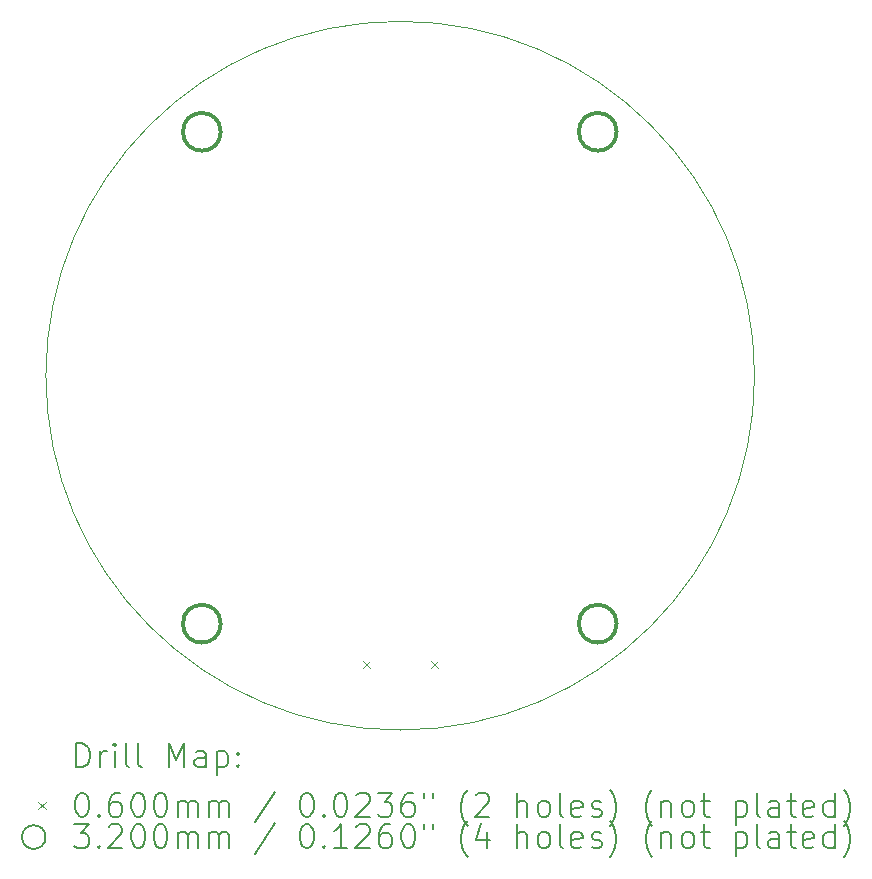
<source format=gbr>
%TF.GenerationSoftware,KiCad,Pcbnew,9.0.5*%
%TF.CreationDate,2026-01-03T13:47:31+01:00*%
%TF.ProjectId,CanSat,43616e53-6174-42e6-9b69-6361645f7063,rev?*%
%TF.SameCoordinates,Original*%
%TF.FileFunction,Drillmap*%
%TF.FilePolarity,Positive*%
%FSLAX45Y45*%
G04 Gerber Fmt 4.5, Leading zero omitted, Abs format (unit mm)*
G04 Created by KiCad (PCBNEW 9.0.5) date 2026-01-03 13:47:31*
%MOMM*%
%LPD*%
G01*
G04 APERTURE LIST*
%ADD10C,0.050000*%
%ADD11C,0.200000*%
%ADD12C,0.100000*%
%ADD13C,0.320000*%
G04 APERTURE END LIST*
D10*
X13000000Y-10000000D02*
G75*
G02*
X7000000Y-10000000I-3000000J0D01*
G01*
X7000000Y-10000000D02*
G75*
G02*
X13000000Y-10000000I3000000J0D01*
G01*
D11*
D12*
X9681000Y-12417500D02*
X9741000Y-12477500D01*
X9741000Y-12417500D02*
X9681000Y-12477500D01*
X10259000Y-12417500D02*
X10319000Y-12477500D01*
X10319000Y-12417500D02*
X10259000Y-12477500D01*
D13*
X8480000Y-7935000D02*
G75*
G02*
X8160000Y-7935000I-160000J0D01*
G01*
X8160000Y-7935000D02*
G75*
G02*
X8480000Y-7935000I160000J0D01*
G01*
X8480000Y-12100000D02*
G75*
G02*
X8160000Y-12100000I-160000J0D01*
G01*
X8160000Y-12100000D02*
G75*
G02*
X8480000Y-12100000I160000J0D01*
G01*
X11832500Y-7935000D02*
G75*
G02*
X11512500Y-7935000I-160000J0D01*
G01*
X11512500Y-7935000D02*
G75*
G02*
X11832500Y-7935000I160000J0D01*
G01*
X11832500Y-12100000D02*
G75*
G02*
X11512500Y-12100000I-160000J0D01*
G01*
X11512500Y-12100000D02*
G75*
G02*
X11832500Y-12100000I160000J0D01*
G01*
D11*
X7258277Y-13313984D02*
X7258277Y-13113984D01*
X7258277Y-13113984D02*
X7305896Y-13113984D01*
X7305896Y-13113984D02*
X7334467Y-13123508D01*
X7334467Y-13123508D02*
X7353515Y-13142555D01*
X7353515Y-13142555D02*
X7363039Y-13161603D01*
X7363039Y-13161603D02*
X7372562Y-13199698D01*
X7372562Y-13199698D02*
X7372562Y-13228269D01*
X7372562Y-13228269D02*
X7363039Y-13266365D01*
X7363039Y-13266365D02*
X7353515Y-13285412D01*
X7353515Y-13285412D02*
X7334467Y-13304460D01*
X7334467Y-13304460D02*
X7305896Y-13313984D01*
X7305896Y-13313984D02*
X7258277Y-13313984D01*
X7458277Y-13313984D02*
X7458277Y-13180650D01*
X7458277Y-13218746D02*
X7467801Y-13199698D01*
X7467801Y-13199698D02*
X7477324Y-13190174D01*
X7477324Y-13190174D02*
X7496372Y-13180650D01*
X7496372Y-13180650D02*
X7515420Y-13180650D01*
X7582086Y-13313984D02*
X7582086Y-13180650D01*
X7582086Y-13113984D02*
X7572562Y-13123508D01*
X7572562Y-13123508D02*
X7582086Y-13133031D01*
X7582086Y-13133031D02*
X7591610Y-13123508D01*
X7591610Y-13123508D02*
X7582086Y-13113984D01*
X7582086Y-13113984D02*
X7582086Y-13133031D01*
X7705896Y-13313984D02*
X7686848Y-13304460D01*
X7686848Y-13304460D02*
X7677324Y-13285412D01*
X7677324Y-13285412D02*
X7677324Y-13113984D01*
X7810658Y-13313984D02*
X7791610Y-13304460D01*
X7791610Y-13304460D02*
X7782086Y-13285412D01*
X7782086Y-13285412D02*
X7782086Y-13113984D01*
X8039229Y-13313984D02*
X8039229Y-13113984D01*
X8039229Y-13113984D02*
X8105896Y-13256841D01*
X8105896Y-13256841D02*
X8172562Y-13113984D01*
X8172562Y-13113984D02*
X8172562Y-13313984D01*
X8353515Y-13313984D02*
X8353515Y-13209222D01*
X8353515Y-13209222D02*
X8343991Y-13190174D01*
X8343991Y-13190174D02*
X8324943Y-13180650D01*
X8324943Y-13180650D02*
X8286848Y-13180650D01*
X8286848Y-13180650D02*
X8267801Y-13190174D01*
X8353515Y-13304460D02*
X8334467Y-13313984D01*
X8334467Y-13313984D02*
X8286848Y-13313984D01*
X8286848Y-13313984D02*
X8267801Y-13304460D01*
X8267801Y-13304460D02*
X8258277Y-13285412D01*
X8258277Y-13285412D02*
X8258277Y-13266365D01*
X8258277Y-13266365D02*
X8267801Y-13247317D01*
X8267801Y-13247317D02*
X8286848Y-13237793D01*
X8286848Y-13237793D02*
X8334467Y-13237793D01*
X8334467Y-13237793D02*
X8353515Y-13228269D01*
X8448753Y-13180650D02*
X8448753Y-13380650D01*
X8448753Y-13190174D02*
X8467801Y-13180650D01*
X8467801Y-13180650D02*
X8505896Y-13180650D01*
X8505896Y-13180650D02*
X8524944Y-13190174D01*
X8524944Y-13190174D02*
X8534467Y-13199698D01*
X8534467Y-13199698D02*
X8543991Y-13218746D01*
X8543991Y-13218746D02*
X8543991Y-13275888D01*
X8543991Y-13275888D02*
X8534467Y-13294936D01*
X8534467Y-13294936D02*
X8524944Y-13304460D01*
X8524944Y-13304460D02*
X8505896Y-13313984D01*
X8505896Y-13313984D02*
X8467801Y-13313984D01*
X8467801Y-13313984D02*
X8448753Y-13304460D01*
X8629705Y-13294936D02*
X8639229Y-13304460D01*
X8639229Y-13304460D02*
X8629705Y-13313984D01*
X8629705Y-13313984D02*
X8620182Y-13304460D01*
X8620182Y-13304460D02*
X8629705Y-13294936D01*
X8629705Y-13294936D02*
X8629705Y-13313984D01*
X8629705Y-13190174D02*
X8639229Y-13199698D01*
X8639229Y-13199698D02*
X8629705Y-13209222D01*
X8629705Y-13209222D02*
X8620182Y-13199698D01*
X8620182Y-13199698D02*
X8629705Y-13190174D01*
X8629705Y-13190174D02*
X8629705Y-13209222D01*
D12*
X6937500Y-13612500D02*
X6997500Y-13672500D01*
X6997500Y-13612500D02*
X6937500Y-13672500D01*
D11*
X7296372Y-13533984D02*
X7315420Y-13533984D01*
X7315420Y-13533984D02*
X7334467Y-13543508D01*
X7334467Y-13543508D02*
X7343991Y-13553031D01*
X7343991Y-13553031D02*
X7353515Y-13572079D01*
X7353515Y-13572079D02*
X7363039Y-13610174D01*
X7363039Y-13610174D02*
X7363039Y-13657793D01*
X7363039Y-13657793D02*
X7353515Y-13695888D01*
X7353515Y-13695888D02*
X7343991Y-13714936D01*
X7343991Y-13714936D02*
X7334467Y-13724460D01*
X7334467Y-13724460D02*
X7315420Y-13733984D01*
X7315420Y-13733984D02*
X7296372Y-13733984D01*
X7296372Y-13733984D02*
X7277324Y-13724460D01*
X7277324Y-13724460D02*
X7267801Y-13714936D01*
X7267801Y-13714936D02*
X7258277Y-13695888D01*
X7258277Y-13695888D02*
X7248753Y-13657793D01*
X7248753Y-13657793D02*
X7248753Y-13610174D01*
X7248753Y-13610174D02*
X7258277Y-13572079D01*
X7258277Y-13572079D02*
X7267801Y-13553031D01*
X7267801Y-13553031D02*
X7277324Y-13543508D01*
X7277324Y-13543508D02*
X7296372Y-13533984D01*
X7448753Y-13714936D02*
X7458277Y-13724460D01*
X7458277Y-13724460D02*
X7448753Y-13733984D01*
X7448753Y-13733984D02*
X7439229Y-13724460D01*
X7439229Y-13724460D02*
X7448753Y-13714936D01*
X7448753Y-13714936D02*
X7448753Y-13733984D01*
X7629705Y-13533984D02*
X7591610Y-13533984D01*
X7591610Y-13533984D02*
X7572562Y-13543508D01*
X7572562Y-13543508D02*
X7563039Y-13553031D01*
X7563039Y-13553031D02*
X7543991Y-13581603D01*
X7543991Y-13581603D02*
X7534467Y-13619698D01*
X7534467Y-13619698D02*
X7534467Y-13695888D01*
X7534467Y-13695888D02*
X7543991Y-13714936D01*
X7543991Y-13714936D02*
X7553515Y-13724460D01*
X7553515Y-13724460D02*
X7572562Y-13733984D01*
X7572562Y-13733984D02*
X7610658Y-13733984D01*
X7610658Y-13733984D02*
X7629705Y-13724460D01*
X7629705Y-13724460D02*
X7639229Y-13714936D01*
X7639229Y-13714936D02*
X7648753Y-13695888D01*
X7648753Y-13695888D02*
X7648753Y-13648269D01*
X7648753Y-13648269D02*
X7639229Y-13629222D01*
X7639229Y-13629222D02*
X7629705Y-13619698D01*
X7629705Y-13619698D02*
X7610658Y-13610174D01*
X7610658Y-13610174D02*
X7572562Y-13610174D01*
X7572562Y-13610174D02*
X7553515Y-13619698D01*
X7553515Y-13619698D02*
X7543991Y-13629222D01*
X7543991Y-13629222D02*
X7534467Y-13648269D01*
X7772562Y-13533984D02*
X7791610Y-13533984D01*
X7791610Y-13533984D02*
X7810658Y-13543508D01*
X7810658Y-13543508D02*
X7820182Y-13553031D01*
X7820182Y-13553031D02*
X7829705Y-13572079D01*
X7829705Y-13572079D02*
X7839229Y-13610174D01*
X7839229Y-13610174D02*
X7839229Y-13657793D01*
X7839229Y-13657793D02*
X7829705Y-13695888D01*
X7829705Y-13695888D02*
X7820182Y-13714936D01*
X7820182Y-13714936D02*
X7810658Y-13724460D01*
X7810658Y-13724460D02*
X7791610Y-13733984D01*
X7791610Y-13733984D02*
X7772562Y-13733984D01*
X7772562Y-13733984D02*
X7753515Y-13724460D01*
X7753515Y-13724460D02*
X7743991Y-13714936D01*
X7743991Y-13714936D02*
X7734467Y-13695888D01*
X7734467Y-13695888D02*
X7724943Y-13657793D01*
X7724943Y-13657793D02*
X7724943Y-13610174D01*
X7724943Y-13610174D02*
X7734467Y-13572079D01*
X7734467Y-13572079D02*
X7743991Y-13553031D01*
X7743991Y-13553031D02*
X7753515Y-13543508D01*
X7753515Y-13543508D02*
X7772562Y-13533984D01*
X7963039Y-13533984D02*
X7982086Y-13533984D01*
X7982086Y-13533984D02*
X8001134Y-13543508D01*
X8001134Y-13543508D02*
X8010658Y-13553031D01*
X8010658Y-13553031D02*
X8020182Y-13572079D01*
X8020182Y-13572079D02*
X8029705Y-13610174D01*
X8029705Y-13610174D02*
X8029705Y-13657793D01*
X8029705Y-13657793D02*
X8020182Y-13695888D01*
X8020182Y-13695888D02*
X8010658Y-13714936D01*
X8010658Y-13714936D02*
X8001134Y-13724460D01*
X8001134Y-13724460D02*
X7982086Y-13733984D01*
X7982086Y-13733984D02*
X7963039Y-13733984D01*
X7963039Y-13733984D02*
X7943991Y-13724460D01*
X7943991Y-13724460D02*
X7934467Y-13714936D01*
X7934467Y-13714936D02*
X7924943Y-13695888D01*
X7924943Y-13695888D02*
X7915420Y-13657793D01*
X7915420Y-13657793D02*
X7915420Y-13610174D01*
X7915420Y-13610174D02*
X7924943Y-13572079D01*
X7924943Y-13572079D02*
X7934467Y-13553031D01*
X7934467Y-13553031D02*
X7943991Y-13543508D01*
X7943991Y-13543508D02*
X7963039Y-13533984D01*
X8115420Y-13733984D02*
X8115420Y-13600650D01*
X8115420Y-13619698D02*
X8124943Y-13610174D01*
X8124943Y-13610174D02*
X8143991Y-13600650D01*
X8143991Y-13600650D02*
X8172563Y-13600650D01*
X8172563Y-13600650D02*
X8191610Y-13610174D01*
X8191610Y-13610174D02*
X8201134Y-13629222D01*
X8201134Y-13629222D02*
X8201134Y-13733984D01*
X8201134Y-13629222D02*
X8210658Y-13610174D01*
X8210658Y-13610174D02*
X8229705Y-13600650D01*
X8229705Y-13600650D02*
X8258277Y-13600650D01*
X8258277Y-13600650D02*
X8277324Y-13610174D01*
X8277324Y-13610174D02*
X8286848Y-13629222D01*
X8286848Y-13629222D02*
X8286848Y-13733984D01*
X8382086Y-13733984D02*
X8382086Y-13600650D01*
X8382086Y-13619698D02*
X8391610Y-13610174D01*
X8391610Y-13610174D02*
X8410658Y-13600650D01*
X8410658Y-13600650D02*
X8439229Y-13600650D01*
X8439229Y-13600650D02*
X8458277Y-13610174D01*
X8458277Y-13610174D02*
X8467801Y-13629222D01*
X8467801Y-13629222D02*
X8467801Y-13733984D01*
X8467801Y-13629222D02*
X8477325Y-13610174D01*
X8477325Y-13610174D02*
X8496372Y-13600650D01*
X8496372Y-13600650D02*
X8524944Y-13600650D01*
X8524944Y-13600650D02*
X8543991Y-13610174D01*
X8543991Y-13610174D02*
X8553515Y-13629222D01*
X8553515Y-13629222D02*
X8553515Y-13733984D01*
X8943991Y-13524460D02*
X8772563Y-13781603D01*
X9201134Y-13533984D02*
X9220182Y-13533984D01*
X9220182Y-13533984D02*
X9239229Y-13543508D01*
X9239229Y-13543508D02*
X9248753Y-13553031D01*
X9248753Y-13553031D02*
X9258277Y-13572079D01*
X9258277Y-13572079D02*
X9267801Y-13610174D01*
X9267801Y-13610174D02*
X9267801Y-13657793D01*
X9267801Y-13657793D02*
X9258277Y-13695888D01*
X9258277Y-13695888D02*
X9248753Y-13714936D01*
X9248753Y-13714936D02*
X9239229Y-13724460D01*
X9239229Y-13724460D02*
X9220182Y-13733984D01*
X9220182Y-13733984D02*
X9201134Y-13733984D01*
X9201134Y-13733984D02*
X9182087Y-13724460D01*
X9182087Y-13724460D02*
X9172563Y-13714936D01*
X9172563Y-13714936D02*
X9163039Y-13695888D01*
X9163039Y-13695888D02*
X9153515Y-13657793D01*
X9153515Y-13657793D02*
X9153515Y-13610174D01*
X9153515Y-13610174D02*
X9163039Y-13572079D01*
X9163039Y-13572079D02*
X9172563Y-13553031D01*
X9172563Y-13553031D02*
X9182087Y-13543508D01*
X9182087Y-13543508D02*
X9201134Y-13533984D01*
X9353515Y-13714936D02*
X9363039Y-13724460D01*
X9363039Y-13724460D02*
X9353515Y-13733984D01*
X9353515Y-13733984D02*
X9343991Y-13724460D01*
X9343991Y-13724460D02*
X9353515Y-13714936D01*
X9353515Y-13714936D02*
X9353515Y-13733984D01*
X9486848Y-13533984D02*
X9505896Y-13533984D01*
X9505896Y-13533984D02*
X9524944Y-13543508D01*
X9524944Y-13543508D02*
X9534468Y-13553031D01*
X9534468Y-13553031D02*
X9543991Y-13572079D01*
X9543991Y-13572079D02*
X9553515Y-13610174D01*
X9553515Y-13610174D02*
X9553515Y-13657793D01*
X9553515Y-13657793D02*
X9543991Y-13695888D01*
X9543991Y-13695888D02*
X9534468Y-13714936D01*
X9534468Y-13714936D02*
X9524944Y-13724460D01*
X9524944Y-13724460D02*
X9505896Y-13733984D01*
X9505896Y-13733984D02*
X9486848Y-13733984D01*
X9486848Y-13733984D02*
X9467801Y-13724460D01*
X9467801Y-13724460D02*
X9458277Y-13714936D01*
X9458277Y-13714936D02*
X9448753Y-13695888D01*
X9448753Y-13695888D02*
X9439229Y-13657793D01*
X9439229Y-13657793D02*
X9439229Y-13610174D01*
X9439229Y-13610174D02*
X9448753Y-13572079D01*
X9448753Y-13572079D02*
X9458277Y-13553031D01*
X9458277Y-13553031D02*
X9467801Y-13543508D01*
X9467801Y-13543508D02*
X9486848Y-13533984D01*
X9629706Y-13553031D02*
X9639229Y-13543508D01*
X9639229Y-13543508D02*
X9658277Y-13533984D01*
X9658277Y-13533984D02*
X9705896Y-13533984D01*
X9705896Y-13533984D02*
X9724944Y-13543508D01*
X9724944Y-13543508D02*
X9734468Y-13553031D01*
X9734468Y-13553031D02*
X9743991Y-13572079D01*
X9743991Y-13572079D02*
X9743991Y-13591127D01*
X9743991Y-13591127D02*
X9734468Y-13619698D01*
X9734468Y-13619698D02*
X9620182Y-13733984D01*
X9620182Y-13733984D02*
X9743991Y-13733984D01*
X9810658Y-13533984D02*
X9934468Y-13533984D01*
X9934468Y-13533984D02*
X9867801Y-13610174D01*
X9867801Y-13610174D02*
X9896372Y-13610174D01*
X9896372Y-13610174D02*
X9915420Y-13619698D01*
X9915420Y-13619698D02*
X9924944Y-13629222D01*
X9924944Y-13629222D02*
X9934468Y-13648269D01*
X9934468Y-13648269D02*
X9934468Y-13695888D01*
X9934468Y-13695888D02*
X9924944Y-13714936D01*
X9924944Y-13714936D02*
X9915420Y-13724460D01*
X9915420Y-13724460D02*
X9896372Y-13733984D01*
X9896372Y-13733984D02*
X9839229Y-13733984D01*
X9839229Y-13733984D02*
X9820182Y-13724460D01*
X9820182Y-13724460D02*
X9810658Y-13714936D01*
X10105896Y-13533984D02*
X10067801Y-13533984D01*
X10067801Y-13533984D02*
X10048753Y-13543508D01*
X10048753Y-13543508D02*
X10039229Y-13553031D01*
X10039229Y-13553031D02*
X10020182Y-13581603D01*
X10020182Y-13581603D02*
X10010658Y-13619698D01*
X10010658Y-13619698D02*
X10010658Y-13695888D01*
X10010658Y-13695888D02*
X10020182Y-13714936D01*
X10020182Y-13714936D02*
X10029706Y-13724460D01*
X10029706Y-13724460D02*
X10048753Y-13733984D01*
X10048753Y-13733984D02*
X10086849Y-13733984D01*
X10086849Y-13733984D02*
X10105896Y-13724460D01*
X10105896Y-13724460D02*
X10115420Y-13714936D01*
X10115420Y-13714936D02*
X10124944Y-13695888D01*
X10124944Y-13695888D02*
X10124944Y-13648269D01*
X10124944Y-13648269D02*
X10115420Y-13629222D01*
X10115420Y-13629222D02*
X10105896Y-13619698D01*
X10105896Y-13619698D02*
X10086849Y-13610174D01*
X10086849Y-13610174D02*
X10048753Y-13610174D01*
X10048753Y-13610174D02*
X10029706Y-13619698D01*
X10029706Y-13619698D02*
X10020182Y-13629222D01*
X10020182Y-13629222D02*
X10010658Y-13648269D01*
X10201134Y-13533984D02*
X10201134Y-13572079D01*
X10277325Y-13533984D02*
X10277325Y-13572079D01*
X10572563Y-13810174D02*
X10563039Y-13800650D01*
X10563039Y-13800650D02*
X10543991Y-13772079D01*
X10543991Y-13772079D02*
X10534468Y-13753031D01*
X10534468Y-13753031D02*
X10524944Y-13724460D01*
X10524944Y-13724460D02*
X10515420Y-13676841D01*
X10515420Y-13676841D02*
X10515420Y-13638746D01*
X10515420Y-13638746D02*
X10524944Y-13591127D01*
X10524944Y-13591127D02*
X10534468Y-13562555D01*
X10534468Y-13562555D02*
X10543991Y-13543508D01*
X10543991Y-13543508D02*
X10563039Y-13514936D01*
X10563039Y-13514936D02*
X10572563Y-13505412D01*
X10639230Y-13553031D02*
X10648753Y-13543508D01*
X10648753Y-13543508D02*
X10667801Y-13533984D01*
X10667801Y-13533984D02*
X10715420Y-13533984D01*
X10715420Y-13533984D02*
X10734468Y-13543508D01*
X10734468Y-13543508D02*
X10743991Y-13553031D01*
X10743991Y-13553031D02*
X10753515Y-13572079D01*
X10753515Y-13572079D02*
X10753515Y-13591127D01*
X10753515Y-13591127D02*
X10743991Y-13619698D01*
X10743991Y-13619698D02*
X10629706Y-13733984D01*
X10629706Y-13733984D02*
X10753515Y-13733984D01*
X10991611Y-13733984D02*
X10991611Y-13533984D01*
X11077325Y-13733984D02*
X11077325Y-13629222D01*
X11077325Y-13629222D02*
X11067801Y-13610174D01*
X11067801Y-13610174D02*
X11048753Y-13600650D01*
X11048753Y-13600650D02*
X11020182Y-13600650D01*
X11020182Y-13600650D02*
X11001134Y-13610174D01*
X11001134Y-13610174D02*
X10991611Y-13619698D01*
X11201134Y-13733984D02*
X11182087Y-13724460D01*
X11182087Y-13724460D02*
X11172563Y-13714936D01*
X11172563Y-13714936D02*
X11163039Y-13695888D01*
X11163039Y-13695888D02*
X11163039Y-13638746D01*
X11163039Y-13638746D02*
X11172563Y-13619698D01*
X11172563Y-13619698D02*
X11182087Y-13610174D01*
X11182087Y-13610174D02*
X11201134Y-13600650D01*
X11201134Y-13600650D02*
X11229706Y-13600650D01*
X11229706Y-13600650D02*
X11248753Y-13610174D01*
X11248753Y-13610174D02*
X11258277Y-13619698D01*
X11258277Y-13619698D02*
X11267801Y-13638746D01*
X11267801Y-13638746D02*
X11267801Y-13695888D01*
X11267801Y-13695888D02*
X11258277Y-13714936D01*
X11258277Y-13714936D02*
X11248753Y-13724460D01*
X11248753Y-13724460D02*
X11229706Y-13733984D01*
X11229706Y-13733984D02*
X11201134Y-13733984D01*
X11382087Y-13733984D02*
X11363039Y-13724460D01*
X11363039Y-13724460D02*
X11353515Y-13705412D01*
X11353515Y-13705412D02*
X11353515Y-13533984D01*
X11534468Y-13724460D02*
X11515420Y-13733984D01*
X11515420Y-13733984D02*
X11477325Y-13733984D01*
X11477325Y-13733984D02*
X11458277Y-13724460D01*
X11458277Y-13724460D02*
X11448753Y-13705412D01*
X11448753Y-13705412D02*
X11448753Y-13629222D01*
X11448753Y-13629222D02*
X11458277Y-13610174D01*
X11458277Y-13610174D02*
X11477325Y-13600650D01*
X11477325Y-13600650D02*
X11515420Y-13600650D01*
X11515420Y-13600650D02*
X11534468Y-13610174D01*
X11534468Y-13610174D02*
X11543991Y-13629222D01*
X11543991Y-13629222D02*
X11543991Y-13648269D01*
X11543991Y-13648269D02*
X11448753Y-13667317D01*
X11620182Y-13724460D02*
X11639230Y-13733984D01*
X11639230Y-13733984D02*
X11677325Y-13733984D01*
X11677325Y-13733984D02*
X11696372Y-13724460D01*
X11696372Y-13724460D02*
X11705896Y-13705412D01*
X11705896Y-13705412D02*
X11705896Y-13695888D01*
X11705896Y-13695888D02*
X11696372Y-13676841D01*
X11696372Y-13676841D02*
X11677325Y-13667317D01*
X11677325Y-13667317D02*
X11648753Y-13667317D01*
X11648753Y-13667317D02*
X11629706Y-13657793D01*
X11629706Y-13657793D02*
X11620182Y-13638746D01*
X11620182Y-13638746D02*
X11620182Y-13629222D01*
X11620182Y-13629222D02*
X11629706Y-13610174D01*
X11629706Y-13610174D02*
X11648753Y-13600650D01*
X11648753Y-13600650D02*
X11677325Y-13600650D01*
X11677325Y-13600650D02*
X11696372Y-13610174D01*
X11772563Y-13810174D02*
X11782087Y-13800650D01*
X11782087Y-13800650D02*
X11801134Y-13772079D01*
X11801134Y-13772079D02*
X11810658Y-13753031D01*
X11810658Y-13753031D02*
X11820182Y-13724460D01*
X11820182Y-13724460D02*
X11829706Y-13676841D01*
X11829706Y-13676841D02*
X11829706Y-13638746D01*
X11829706Y-13638746D02*
X11820182Y-13591127D01*
X11820182Y-13591127D02*
X11810658Y-13562555D01*
X11810658Y-13562555D02*
X11801134Y-13543508D01*
X11801134Y-13543508D02*
X11782087Y-13514936D01*
X11782087Y-13514936D02*
X11772563Y-13505412D01*
X12134468Y-13810174D02*
X12124944Y-13800650D01*
X12124944Y-13800650D02*
X12105896Y-13772079D01*
X12105896Y-13772079D02*
X12096372Y-13753031D01*
X12096372Y-13753031D02*
X12086849Y-13724460D01*
X12086849Y-13724460D02*
X12077325Y-13676841D01*
X12077325Y-13676841D02*
X12077325Y-13638746D01*
X12077325Y-13638746D02*
X12086849Y-13591127D01*
X12086849Y-13591127D02*
X12096372Y-13562555D01*
X12096372Y-13562555D02*
X12105896Y-13543508D01*
X12105896Y-13543508D02*
X12124944Y-13514936D01*
X12124944Y-13514936D02*
X12134468Y-13505412D01*
X12210658Y-13600650D02*
X12210658Y-13733984D01*
X12210658Y-13619698D02*
X12220182Y-13610174D01*
X12220182Y-13610174D02*
X12239230Y-13600650D01*
X12239230Y-13600650D02*
X12267801Y-13600650D01*
X12267801Y-13600650D02*
X12286849Y-13610174D01*
X12286849Y-13610174D02*
X12296372Y-13629222D01*
X12296372Y-13629222D02*
X12296372Y-13733984D01*
X12420182Y-13733984D02*
X12401134Y-13724460D01*
X12401134Y-13724460D02*
X12391611Y-13714936D01*
X12391611Y-13714936D02*
X12382087Y-13695888D01*
X12382087Y-13695888D02*
X12382087Y-13638746D01*
X12382087Y-13638746D02*
X12391611Y-13619698D01*
X12391611Y-13619698D02*
X12401134Y-13610174D01*
X12401134Y-13610174D02*
X12420182Y-13600650D01*
X12420182Y-13600650D02*
X12448753Y-13600650D01*
X12448753Y-13600650D02*
X12467801Y-13610174D01*
X12467801Y-13610174D02*
X12477325Y-13619698D01*
X12477325Y-13619698D02*
X12486849Y-13638746D01*
X12486849Y-13638746D02*
X12486849Y-13695888D01*
X12486849Y-13695888D02*
X12477325Y-13714936D01*
X12477325Y-13714936D02*
X12467801Y-13724460D01*
X12467801Y-13724460D02*
X12448753Y-13733984D01*
X12448753Y-13733984D02*
X12420182Y-13733984D01*
X12543992Y-13600650D02*
X12620182Y-13600650D01*
X12572563Y-13533984D02*
X12572563Y-13705412D01*
X12572563Y-13705412D02*
X12582087Y-13724460D01*
X12582087Y-13724460D02*
X12601134Y-13733984D01*
X12601134Y-13733984D02*
X12620182Y-13733984D01*
X12839230Y-13600650D02*
X12839230Y-13800650D01*
X12839230Y-13610174D02*
X12858277Y-13600650D01*
X12858277Y-13600650D02*
X12896373Y-13600650D01*
X12896373Y-13600650D02*
X12915420Y-13610174D01*
X12915420Y-13610174D02*
X12924944Y-13619698D01*
X12924944Y-13619698D02*
X12934468Y-13638746D01*
X12934468Y-13638746D02*
X12934468Y-13695888D01*
X12934468Y-13695888D02*
X12924944Y-13714936D01*
X12924944Y-13714936D02*
X12915420Y-13724460D01*
X12915420Y-13724460D02*
X12896373Y-13733984D01*
X12896373Y-13733984D02*
X12858277Y-13733984D01*
X12858277Y-13733984D02*
X12839230Y-13724460D01*
X13048753Y-13733984D02*
X13029706Y-13724460D01*
X13029706Y-13724460D02*
X13020182Y-13705412D01*
X13020182Y-13705412D02*
X13020182Y-13533984D01*
X13210658Y-13733984D02*
X13210658Y-13629222D01*
X13210658Y-13629222D02*
X13201134Y-13610174D01*
X13201134Y-13610174D02*
X13182087Y-13600650D01*
X13182087Y-13600650D02*
X13143992Y-13600650D01*
X13143992Y-13600650D02*
X13124944Y-13610174D01*
X13210658Y-13724460D02*
X13191611Y-13733984D01*
X13191611Y-13733984D02*
X13143992Y-13733984D01*
X13143992Y-13733984D02*
X13124944Y-13724460D01*
X13124944Y-13724460D02*
X13115420Y-13705412D01*
X13115420Y-13705412D02*
X13115420Y-13686365D01*
X13115420Y-13686365D02*
X13124944Y-13667317D01*
X13124944Y-13667317D02*
X13143992Y-13657793D01*
X13143992Y-13657793D02*
X13191611Y-13657793D01*
X13191611Y-13657793D02*
X13210658Y-13648269D01*
X13277325Y-13600650D02*
X13353515Y-13600650D01*
X13305896Y-13533984D02*
X13305896Y-13705412D01*
X13305896Y-13705412D02*
X13315420Y-13724460D01*
X13315420Y-13724460D02*
X13334468Y-13733984D01*
X13334468Y-13733984D02*
X13353515Y-13733984D01*
X13496373Y-13724460D02*
X13477325Y-13733984D01*
X13477325Y-13733984D02*
X13439230Y-13733984D01*
X13439230Y-13733984D02*
X13420182Y-13724460D01*
X13420182Y-13724460D02*
X13410658Y-13705412D01*
X13410658Y-13705412D02*
X13410658Y-13629222D01*
X13410658Y-13629222D02*
X13420182Y-13610174D01*
X13420182Y-13610174D02*
X13439230Y-13600650D01*
X13439230Y-13600650D02*
X13477325Y-13600650D01*
X13477325Y-13600650D02*
X13496373Y-13610174D01*
X13496373Y-13610174D02*
X13505896Y-13629222D01*
X13505896Y-13629222D02*
X13505896Y-13648269D01*
X13505896Y-13648269D02*
X13410658Y-13667317D01*
X13677325Y-13733984D02*
X13677325Y-13533984D01*
X13677325Y-13724460D02*
X13658277Y-13733984D01*
X13658277Y-13733984D02*
X13620182Y-13733984D01*
X13620182Y-13733984D02*
X13601134Y-13724460D01*
X13601134Y-13724460D02*
X13591611Y-13714936D01*
X13591611Y-13714936D02*
X13582087Y-13695888D01*
X13582087Y-13695888D02*
X13582087Y-13638746D01*
X13582087Y-13638746D02*
X13591611Y-13619698D01*
X13591611Y-13619698D02*
X13601134Y-13610174D01*
X13601134Y-13610174D02*
X13620182Y-13600650D01*
X13620182Y-13600650D02*
X13658277Y-13600650D01*
X13658277Y-13600650D02*
X13677325Y-13610174D01*
X13753515Y-13810174D02*
X13763039Y-13800650D01*
X13763039Y-13800650D02*
X13782087Y-13772079D01*
X13782087Y-13772079D02*
X13791611Y-13753031D01*
X13791611Y-13753031D02*
X13801134Y-13724460D01*
X13801134Y-13724460D02*
X13810658Y-13676841D01*
X13810658Y-13676841D02*
X13810658Y-13638746D01*
X13810658Y-13638746D02*
X13801134Y-13591127D01*
X13801134Y-13591127D02*
X13791611Y-13562555D01*
X13791611Y-13562555D02*
X13782087Y-13543508D01*
X13782087Y-13543508D02*
X13763039Y-13514936D01*
X13763039Y-13514936D02*
X13753515Y-13505412D01*
X6997500Y-13906500D02*
G75*
G02*
X6797500Y-13906500I-100000J0D01*
G01*
X6797500Y-13906500D02*
G75*
G02*
X6997500Y-13906500I100000J0D01*
G01*
X7239229Y-13797984D02*
X7363039Y-13797984D01*
X7363039Y-13797984D02*
X7296372Y-13874174D01*
X7296372Y-13874174D02*
X7324943Y-13874174D01*
X7324943Y-13874174D02*
X7343991Y-13883698D01*
X7343991Y-13883698D02*
X7353515Y-13893222D01*
X7353515Y-13893222D02*
X7363039Y-13912269D01*
X7363039Y-13912269D02*
X7363039Y-13959888D01*
X7363039Y-13959888D02*
X7353515Y-13978936D01*
X7353515Y-13978936D02*
X7343991Y-13988460D01*
X7343991Y-13988460D02*
X7324943Y-13997984D01*
X7324943Y-13997984D02*
X7267801Y-13997984D01*
X7267801Y-13997984D02*
X7248753Y-13988460D01*
X7248753Y-13988460D02*
X7239229Y-13978936D01*
X7448753Y-13978936D02*
X7458277Y-13988460D01*
X7458277Y-13988460D02*
X7448753Y-13997984D01*
X7448753Y-13997984D02*
X7439229Y-13988460D01*
X7439229Y-13988460D02*
X7448753Y-13978936D01*
X7448753Y-13978936D02*
X7448753Y-13997984D01*
X7534467Y-13817031D02*
X7543991Y-13807508D01*
X7543991Y-13807508D02*
X7563039Y-13797984D01*
X7563039Y-13797984D02*
X7610658Y-13797984D01*
X7610658Y-13797984D02*
X7629705Y-13807508D01*
X7629705Y-13807508D02*
X7639229Y-13817031D01*
X7639229Y-13817031D02*
X7648753Y-13836079D01*
X7648753Y-13836079D02*
X7648753Y-13855127D01*
X7648753Y-13855127D02*
X7639229Y-13883698D01*
X7639229Y-13883698D02*
X7524943Y-13997984D01*
X7524943Y-13997984D02*
X7648753Y-13997984D01*
X7772562Y-13797984D02*
X7791610Y-13797984D01*
X7791610Y-13797984D02*
X7810658Y-13807508D01*
X7810658Y-13807508D02*
X7820182Y-13817031D01*
X7820182Y-13817031D02*
X7829705Y-13836079D01*
X7829705Y-13836079D02*
X7839229Y-13874174D01*
X7839229Y-13874174D02*
X7839229Y-13921793D01*
X7839229Y-13921793D02*
X7829705Y-13959888D01*
X7829705Y-13959888D02*
X7820182Y-13978936D01*
X7820182Y-13978936D02*
X7810658Y-13988460D01*
X7810658Y-13988460D02*
X7791610Y-13997984D01*
X7791610Y-13997984D02*
X7772562Y-13997984D01*
X7772562Y-13997984D02*
X7753515Y-13988460D01*
X7753515Y-13988460D02*
X7743991Y-13978936D01*
X7743991Y-13978936D02*
X7734467Y-13959888D01*
X7734467Y-13959888D02*
X7724943Y-13921793D01*
X7724943Y-13921793D02*
X7724943Y-13874174D01*
X7724943Y-13874174D02*
X7734467Y-13836079D01*
X7734467Y-13836079D02*
X7743991Y-13817031D01*
X7743991Y-13817031D02*
X7753515Y-13807508D01*
X7753515Y-13807508D02*
X7772562Y-13797984D01*
X7963039Y-13797984D02*
X7982086Y-13797984D01*
X7982086Y-13797984D02*
X8001134Y-13807508D01*
X8001134Y-13807508D02*
X8010658Y-13817031D01*
X8010658Y-13817031D02*
X8020182Y-13836079D01*
X8020182Y-13836079D02*
X8029705Y-13874174D01*
X8029705Y-13874174D02*
X8029705Y-13921793D01*
X8029705Y-13921793D02*
X8020182Y-13959888D01*
X8020182Y-13959888D02*
X8010658Y-13978936D01*
X8010658Y-13978936D02*
X8001134Y-13988460D01*
X8001134Y-13988460D02*
X7982086Y-13997984D01*
X7982086Y-13997984D02*
X7963039Y-13997984D01*
X7963039Y-13997984D02*
X7943991Y-13988460D01*
X7943991Y-13988460D02*
X7934467Y-13978936D01*
X7934467Y-13978936D02*
X7924943Y-13959888D01*
X7924943Y-13959888D02*
X7915420Y-13921793D01*
X7915420Y-13921793D02*
X7915420Y-13874174D01*
X7915420Y-13874174D02*
X7924943Y-13836079D01*
X7924943Y-13836079D02*
X7934467Y-13817031D01*
X7934467Y-13817031D02*
X7943991Y-13807508D01*
X7943991Y-13807508D02*
X7963039Y-13797984D01*
X8115420Y-13997984D02*
X8115420Y-13864650D01*
X8115420Y-13883698D02*
X8124943Y-13874174D01*
X8124943Y-13874174D02*
X8143991Y-13864650D01*
X8143991Y-13864650D02*
X8172563Y-13864650D01*
X8172563Y-13864650D02*
X8191610Y-13874174D01*
X8191610Y-13874174D02*
X8201134Y-13893222D01*
X8201134Y-13893222D02*
X8201134Y-13997984D01*
X8201134Y-13893222D02*
X8210658Y-13874174D01*
X8210658Y-13874174D02*
X8229705Y-13864650D01*
X8229705Y-13864650D02*
X8258277Y-13864650D01*
X8258277Y-13864650D02*
X8277324Y-13874174D01*
X8277324Y-13874174D02*
X8286848Y-13893222D01*
X8286848Y-13893222D02*
X8286848Y-13997984D01*
X8382086Y-13997984D02*
X8382086Y-13864650D01*
X8382086Y-13883698D02*
X8391610Y-13874174D01*
X8391610Y-13874174D02*
X8410658Y-13864650D01*
X8410658Y-13864650D02*
X8439229Y-13864650D01*
X8439229Y-13864650D02*
X8458277Y-13874174D01*
X8458277Y-13874174D02*
X8467801Y-13893222D01*
X8467801Y-13893222D02*
X8467801Y-13997984D01*
X8467801Y-13893222D02*
X8477325Y-13874174D01*
X8477325Y-13874174D02*
X8496372Y-13864650D01*
X8496372Y-13864650D02*
X8524944Y-13864650D01*
X8524944Y-13864650D02*
X8543991Y-13874174D01*
X8543991Y-13874174D02*
X8553515Y-13893222D01*
X8553515Y-13893222D02*
X8553515Y-13997984D01*
X8943991Y-13788460D02*
X8772563Y-14045603D01*
X9201134Y-13797984D02*
X9220182Y-13797984D01*
X9220182Y-13797984D02*
X9239229Y-13807508D01*
X9239229Y-13807508D02*
X9248753Y-13817031D01*
X9248753Y-13817031D02*
X9258277Y-13836079D01*
X9258277Y-13836079D02*
X9267801Y-13874174D01*
X9267801Y-13874174D02*
X9267801Y-13921793D01*
X9267801Y-13921793D02*
X9258277Y-13959888D01*
X9258277Y-13959888D02*
X9248753Y-13978936D01*
X9248753Y-13978936D02*
X9239229Y-13988460D01*
X9239229Y-13988460D02*
X9220182Y-13997984D01*
X9220182Y-13997984D02*
X9201134Y-13997984D01*
X9201134Y-13997984D02*
X9182087Y-13988460D01*
X9182087Y-13988460D02*
X9172563Y-13978936D01*
X9172563Y-13978936D02*
X9163039Y-13959888D01*
X9163039Y-13959888D02*
X9153515Y-13921793D01*
X9153515Y-13921793D02*
X9153515Y-13874174D01*
X9153515Y-13874174D02*
X9163039Y-13836079D01*
X9163039Y-13836079D02*
X9172563Y-13817031D01*
X9172563Y-13817031D02*
X9182087Y-13807508D01*
X9182087Y-13807508D02*
X9201134Y-13797984D01*
X9353515Y-13978936D02*
X9363039Y-13988460D01*
X9363039Y-13988460D02*
X9353515Y-13997984D01*
X9353515Y-13997984D02*
X9343991Y-13988460D01*
X9343991Y-13988460D02*
X9353515Y-13978936D01*
X9353515Y-13978936D02*
X9353515Y-13997984D01*
X9553515Y-13997984D02*
X9439229Y-13997984D01*
X9496372Y-13997984D02*
X9496372Y-13797984D01*
X9496372Y-13797984D02*
X9477325Y-13826555D01*
X9477325Y-13826555D02*
X9458277Y-13845603D01*
X9458277Y-13845603D02*
X9439229Y-13855127D01*
X9629706Y-13817031D02*
X9639229Y-13807508D01*
X9639229Y-13807508D02*
X9658277Y-13797984D01*
X9658277Y-13797984D02*
X9705896Y-13797984D01*
X9705896Y-13797984D02*
X9724944Y-13807508D01*
X9724944Y-13807508D02*
X9734468Y-13817031D01*
X9734468Y-13817031D02*
X9743991Y-13836079D01*
X9743991Y-13836079D02*
X9743991Y-13855127D01*
X9743991Y-13855127D02*
X9734468Y-13883698D01*
X9734468Y-13883698D02*
X9620182Y-13997984D01*
X9620182Y-13997984D02*
X9743991Y-13997984D01*
X9915420Y-13797984D02*
X9877325Y-13797984D01*
X9877325Y-13797984D02*
X9858277Y-13807508D01*
X9858277Y-13807508D02*
X9848753Y-13817031D01*
X9848753Y-13817031D02*
X9829706Y-13845603D01*
X9829706Y-13845603D02*
X9820182Y-13883698D01*
X9820182Y-13883698D02*
X9820182Y-13959888D01*
X9820182Y-13959888D02*
X9829706Y-13978936D01*
X9829706Y-13978936D02*
X9839229Y-13988460D01*
X9839229Y-13988460D02*
X9858277Y-13997984D01*
X9858277Y-13997984D02*
X9896372Y-13997984D01*
X9896372Y-13997984D02*
X9915420Y-13988460D01*
X9915420Y-13988460D02*
X9924944Y-13978936D01*
X9924944Y-13978936D02*
X9934468Y-13959888D01*
X9934468Y-13959888D02*
X9934468Y-13912269D01*
X9934468Y-13912269D02*
X9924944Y-13893222D01*
X9924944Y-13893222D02*
X9915420Y-13883698D01*
X9915420Y-13883698D02*
X9896372Y-13874174D01*
X9896372Y-13874174D02*
X9858277Y-13874174D01*
X9858277Y-13874174D02*
X9839229Y-13883698D01*
X9839229Y-13883698D02*
X9829706Y-13893222D01*
X9829706Y-13893222D02*
X9820182Y-13912269D01*
X10058277Y-13797984D02*
X10077325Y-13797984D01*
X10077325Y-13797984D02*
X10096372Y-13807508D01*
X10096372Y-13807508D02*
X10105896Y-13817031D01*
X10105896Y-13817031D02*
X10115420Y-13836079D01*
X10115420Y-13836079D02*
X10124944Y-13874174D01*
X10124944Y-13874174D02*
X10124944Y-13921793D01*
X10124944Y-13921793D02*
X10115420Y-13959888D01*
X10115420Y-13959888D02*
X10105896Y-13978936D01*
X10105896Y-13978936D02*
X10096372Y-13988460D01*
X10096372Y-13988460D02*
X10077325Y-13997984D01*
X10077325Y-13997984D02*
X10058277Y-13997984D01*
X10058277Y-13997984D02*
X10039229Y-13988460D01*
X10039229Y-13988460D02*
X10029706Y-13978936D01*
X10029706Y-13978936D02*
X10020182Y-13959888D01*
X10020182Y-13959888D02*
X10010658Y-13921793D01*
X10010658Y-13921793D02*
X10010658Y-13874174D01*
X10010658Y-13874174D02*
X10020182Y-13836079D01*
X10020182Y-13836079D02*
X10029706Y-13817031D01*
X10029706Y-13817031D02*
X10039229Y-13807508D01*
X10039229Y-13807508D02*
X10058277Y-13797984D01*
X10201134Y-13797984D02*
X10201134Y-13836079D01*
X10277325Y-13797984D02*
X10277325Y-13836079D01*
X10572563Y-14074174D02*
X10563039Y-14064650D01*
X10563039Y-14064650D02*
X10543991Y-14036079D01*
X10543991Y-14036079D02*
X10534468Y-14017031D01*
X10534468Y-14017031D02*
X10524944Y-13988460D01*
X10524944Y-13988460D02*
X10515420Y-13940841D01*
X10515420Y-13940841D02*
X10515420Y-13902746D01*
X10515420Y-13902746D02*
X10524944Y-13855127D01*
X10524944Y-13855127D02*
X10534468Y-13826555D01*
X10534468Y-13826555D02*
X10543991Y-13807508D01*
X10543991Y-13807508D02*
X10563039Y-13778936D01*
X10563039Y-13778936D02*
X10572563Y-13769412D01*
X10734468Y-13864650D02*
X10734468Y-13997984D01*
X10686849Y-13788460D02*
X10639230Y-13931317D01*
X10639230Y-13931317D02*
X10763039Y-13931317D01*
X10991611Y-13997984D02*
X10991611Y-13797984D01*
X11077325Y-13997984D02*
X11077325Y-13893222D01*
X11077325Y-13893222D02*
X11067801Y-13874174D01*
X11067801Y-13874174D02*
X11048753Y-13864650D01*
X11048753Y-13864650D02*
X11020182Y-13864650D01*
X11020182Y-13864650D02*
X11001134Y-13874174D01*
X11001134Y-13874174D02*
X10991611Y-13883698D01*
X11201134Y-13997984D02*
X11182087Y-13988460D01*
X11182087Y-13988460D02*
X11172563Y-13978936D01*
X11172563Y-13978936D02*
X11163039Y-13959888D01*
X11163039Y-13959888D02*
X11163039Y-13902746D01*
X11163039Y-13902746D02*
X11172563Y-13883698D01*
X11172563Y-13883698D02*
X11182087Y-13874174D01*
X11182087Y-13874174D02*
X11201134Y-13864650D01*
X11201134Y-13864650D02*
X11229706Y-13864650D01*
X11229706Y-13864650D02*
X11248753Y-13874174D01*
X11248753Y-13874174D02*
X11258277Y-13883698D01*
X11258277Y-13883698D02*
X11267801Y-13902746D01*
X11267801Y-13902746D02*
X11267801Y-13959888D01*
X11267801Y-13959888D02*
X11258277Y-13978936D01*
X11258277Y-13978936D02*
X11248753Y-13988460D01*
X11248753Y-13988460D02*
X11229706Y-13997984D01*
X11229706Y-13997984D02*
X11201134Y-13997984D01*
X11382087Y-13997984D02*
X11363039Y-13988460D01*
X11363039Y-13988460D02*
X11353515Y-13969412D01*
X11353515Y-13969412D02*
X11353515Y-13797984D01*
X11534468Y-13988460D02*
X11515420Y-13997984D01*
X11515420Y-13997984D02*
X11477325Y-13997984D01*
X11477325Y-13997984D02*
X11458277Y-13988460D01*
X11458277Y-13988460D02*
X11448753Y-13969412D01*
X11448753Y-13969412D02*
X11448753Y-13893222D01*
X11448753Y-13893222D02*
X11458277Y-13874174D01*
X11458277Y-13874174D02*
X11477325Y-13864650D01*
X11477325Y-13864650D02*
X11515420Y-13864650D01*
X11515420Y-13864650D02*
X11534468Y-13874174D01*
X11534468Y-13874174D02*
X11543991Y-13893222D01*
X11543991Y-13893222D02*
X11543991Y-13912269D01*
X11543991Y-13912269D02*
X11448753Y-13931317D01*
X11620182Y-13988460D02*
X11639230Y-13997984D01*
X11639230Y-13997984D02*
X11677325Y-13997984D01*
X11677325Y-13997984D02*
X11696372Y-13988460D01*
X11696372Y-13988460D02*
X11705896Y-13969412D01*
X11705896Y-13969412D02*
X11705896Y-13959888D01*
X11705896Y-13959888D02*
X11696372Y-13940841D01*
X11696372Y-13940841D02*
X11677325Y-13931317D01*
X11677325Y-13931317D02*
X11648753Y-13931317D01*
X11648753Y-13931317D02*
X11629706Y-13921793D01*
X11629706Y-13921793D02*
X11620182Y-13902746D01*
X11620182Y-13902746D02*
X11620182Y-13893222D01*
X11620182Y-13893222D02*
X11629706Y-13874174D01*
X11629706Y-13874174D02*
X11648753Y-13864650D01*
X11648753Y-13864650D02*
X11677325Y-13864650D01*
X11677325Y-13864650D02*
X11696372Y-13874174D01*
X11772563Y-14074174D02*
X11782087Y-14064650D01*
X11782087Y-14064650D02*
X11801134Y-14036079D01*
X11801134Y-14036079D02*
X11810658Y-14017031D01*
X11810658Y-14017031D02*
X11820182Y-13988460D01*
X11820182Y-13988460D02*
X11829706Y-13940841D01*
X11829706Y-13940841D02*
X11829706Y-13902746D01*
X11829706Y-13902746D02*
X11820182Y-13855127D01*
X11820182Y-13855127D02*
X11810658Y-13826555D01*
X11810658Y-13826555D02*
X11801134Y-13807508D01*
X11801134Y-13807508D02*
X11782087Y-13778936D01*
X11782087Y-13778936D02*
X11772563Y-13769412D01*
X12134468Y-14074174D02*
X12124944Y-14064650D01*
X12124944Y-14064650D02*
X12105896Y-14036079D01*
X12105896Y-14036079D02*
X12096372Y-14017031D01*
X12096372Y-14017031D02*
X12086849Y-13988460D01*
X12086849Y-13988460D02*
X12077325Y-13940841D01*
X12077325Y-13940841D02*
X12077325Y-13902746D01*
X12077325Y-13902746D02*
X12086849Y-13855127D01*
X12086849Y-13855127D02*
X12096372Y-13826555D01*
X12096372Y-13826555D02*
X12105896Y-13807508D01*
X12105896Y-13807508D02*
X12124944Y-13778936D01*
X12124944Y-13778936D02*
X12134468Y-13769412D01*
X12210658Y-13864650D02*
X12210658Y-13997984D01*
X12210658Y-13883698D02*
X12220182Y-13874174D01*
X12220182Y-13874174D02*
X12239230Y-13864650D01*
X12239230Y-13864650D02*
X12267801Y-13864650D01*
X12267801Y-13864650D02*
X12286849Y-13874174D01*
X12286849Y-13874174D02*
X12296372Y-13893222D01*
X12296372Y-13893222D02*
X12296372Y-13997984D01*
X12420182Y-13997984D02*
X12401134Y-13988460D01*
X12401134Y-13988460D02*
X12391611Y-13978936D01*
X12391611Y-13978936D02*
X12382087Y-13959888D01*
X12382087Y-13959888D02*
X12382087Y-13902746D01*
X12382087Y-13902746D02*
X12391611Y-13883698D01*
X12391611Y-13883698D02*
X12401134Y-13874174D01*
X12401134Y-13874174D02*
X12420182Y-13864650D01*
X12420182Y-13864650D02*
X12448753Y-13864650D01*
X12448753Y-13864650D02*
X12467801Y-13874174D01*
X12467801Y-13874174D02*
X12477325Y-13883698D01*
X12477325Y-13883698D02*
X12486849Y-13902746D01*
X12486849Y-13902746D02*
X12486849Y-13959888D01*
X12486849Y-13959888D02*
X12477325Y-13978936D01*
X12477325Y-13978936D02*
X12467801Y-13988460D01*
X12467801Y-13988460D02*
X12448753Y-13997984D01*
X12448753Y-13997984D02*
X12420182Y-13997984D01*
X12543992Y-13864650D02*
X12620182Y-13864650D01*
X12572563Y-13797984D02*
X12572563Y-13969412D01*
X12572563Y-13969412D02*
X12582087Y-13988460D01*
X12582087Y-13988460D02*
X12601134Y-13997984D01*
X12601134Y-13997984D02*
X12620182Y-13997984D01*
X12839230Y-13864650D02*
X12839230Y-14064650D01*
X12839230Y-13874174D02*
X12858277Y-13864650D01*
X12858277Y-13864650D02*
X12896373Y-13864650D01*
X12896373Y-13864650D02*
X12915420Y-13874174D01*
X12915420Y-13874174D02*
X12924944Y-13883698D01*
X12924944Y-13883698D02*
X12934468Y-13902746D01*
X12934468Y-13902746D02*
X12934468Y-13959888D01*
X12934468Y-13959888D02*
X12924944Y-13978936D01*
X12924944Y-13978936D02*
X12915420Y-13988460D01*
X12915420Y-13988460D02*
X12896373Y-13997984D01*
X12896373Y-13997984D02*
X12858277Y-13997984D01*
X12858277Y-13997984D02*
X12839230Y-13988460D01*
X13048753Y-13997984D02*
X13029706Y-13988460D01*
X13029706Y-13988460D02*
X13020182Y-13969412D01*
X13020182Y-13969412D02*
X13020182Y-13797984D01*
X13210658Y-13997984D02*
X13210658Y-13893222D01*
X13210658Y-13893222D02*
X13201134Y-13874174D01*
X13201134Y-13874174D02*
X13182087Y-13864650D01*
X13182087Y-13864650D02*
X13143992Y-13864650D01*
X13143992Y-13864650D02*
X13124944Y-13874174D01*
X13210658Y-13988460D02*
X13191611Y-13997984D01*
X13191611Y-13997984D02*
X13143992Y-13997984D01*
X13143992Y-13997984D02*
X13124944Y-13988460D01*
X13124944Y-13988460D02*
X13115420Y-13969412D01*
X13115420Y-13969412D02*
X13115420Y-13950365D01*
X13115420Y-13950365D02*
X13124944Y-13931317D01*
X13124944Y-13931317D02*
X13143992Y-13921793D01*
X13143992Y-13921793D02*
X13191611Y-13921793D01*
X13191611Y-13921793D02*
X13210658Y-13912269D01*
X13277325Y-13864650D02*
X13353515Y-13864650D01*
X13305896Y-13797984D02*
X13305896Y-13969412D01*
X13305896Y-13969412D02*
X13315420Y-13988460D01*
X13315420Y-13988460D02*
X13334468Y-13997984D01*
X13334468Y-13997984D02*
X13353515Y-13997984D01*
X13496373Y-13988460D02*
X13477325Y-13997984D01*
X13477325Y-13997984D02*
X13439230Y-13997984D01*
X13439230Y-13997984D02*
X13420182Y-13988460D01*
X13420182Y-13988460D02*
X13410658Y-13969412D01*
X13410658Y-13969412D02*
X13410658Y-13893222D01*
X13410658Y-13893222D02*
X13420182Y-13874174D01*
X13420182Y-13874174D02*
X13439230Y-13864650D01*
X13439230Y-13864650D02*
X13477325Y-13864650D01*
X13477325Y-13864650D02*
X13496373Y-13874174D01*
X13496373Y-13874174D02*
X13505896Y-13893222D01*
X13505896Y-13893222D02*
X13505896Y-13912269D01*
X13505896Y-13912269D02*
X13410658Y-13931317D01*
X13677325Y-13997984D02*
X13677325Y-13797984D01*
X13677325Y-13988460D02*
X13658277Y-13997984D01*
X13658277Y-13997984D02*
X13620182Y-13997984D01*
X13620182Y-13997984D02*
X13601134Y-13988460D01*
X13601134Y-13988460D02*
X13591611Y-13978936D01*
X13591611Y-13978936D02*
X13582087Y-13959888D01*
X13582087Y-13959888D02*
X13582087Y-13902746D01*
X13582087Y-13902746D02*
X13591611Y-13883698D01*
X13591611Y-13883698D02*
X13601134Y-13874174D01*
X13601134Y-13874174D02*
X13620182Y-13864650D01*
X13620182Y-13864650D02*
X13658277Y-13864650D01*
X13658277Y-13864650D02*
X13677325Y-13874174D01*
X13753515Y-14074174D02*
X13763039Y-14064650D01*
X13763039Y-14064650D02*
X13782087Y-14036079D01*
X13782087Y-14036079D02*
X13791611Y-14017031D01*
X13791611Y-14017031D02*
X13801134Y-13988460D01*
X13801134Y-13988460D02*
X13810658Y-13940841D01*
X13810658Y-13940841D02*
X13810658Y-13902746D01*
X13810658Y-13902746D02*
X13801134Y-13855127D01*
X13801134Y-13855127D02*
X13791611Y-13826555D01*
X13791611Y-13826555D02*
X13782087Y-13807508D01*
X13782087Y-13807508D02*
X13763039Y-13778936D01*
X13763039Y-13778936D02*
X13753515Y-13769412D01*
M02*

</source>
